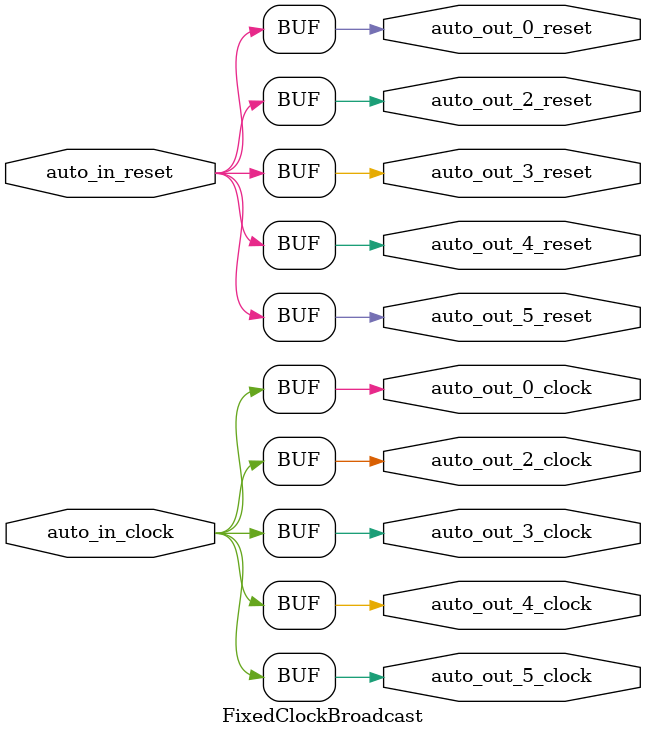
<source format=sv>
`ifndef RANDOMIZE
  `ifdef RANDOMIZE_REG_INIT
    `define RANDOMIZE
  `endif // RANDOMIZE_REG_INIT
`endif // not def RANDOMIZE
`ifndef RANDOMIZE
  `ifdef RANDOMIZE_MEM_INIT
    `define RANDOMIZE
  `endif // RANDOMIZE_MEM_INIT
`endif // not def RANDOMIZE

`ifndef RANDOM
  `define RANDOM $random
`endif // not def RANDOM

// Users can define 'PRINTF_COND' to add an extra gate to prints.
`ifndef PRINTF_COND_
  `ifdef PRINTF_COND
    `define PRINTF_COND_ (`PRINTF_COND)
  `else  // PRINTF_COND
    `define PRINTF_COND_ 1
  `endif // PRINTF_COND
`endif // not def PRINTF_COND_

// Users can define 'ASSERT_VERBOSE_COND' to add an extra gate to assert error printing.
`ifndef ASSERT_VERBOSE_COND_
  `ifdef ASSERT_VERBOSE_COND
    `define ASSERT_VERBOSE_COND_ (`ASSERT_VERBOSE_COND)
  `else  // ASSERT_VERBOSE_COND
    `define ASSERT_VERBOSE_COND_ 1
  `endif // ASSERT_VERBOSE_COND
`endif // not def ASSERT_VERBOSE_COND_

// Users can define 'STOP_COND' to add an extra gate to stop conditions.
`ifndef STOP_COND_
  `ifdef STOP_COND
    `define STOP_COND_ (`STOP_COND)
  `else  // STOP_COND
    `define STOP_COND_ 1
  `endif // STOP_COND
`endif // not def STOP_COND_

// Users can define INIT_RANDOM as general code that gets injected into the
// initializer block for modules with registers.
`ifndef INIT_RANDOM
  `define INIT_RANDOM
`endif // not def INIT_RANDOM

// If using random initialization, you can also define RANDOMIZE_DELAY to
// customize the delay used, otherwise 0.002 is used.
`ifndef RANDOMIZE_DELAY
  `define RANDOMIZE_DELAY 0.002
`endif // not def RANDOMIZE_DELAY

// Define INIT_RANDOM_PROLOG_ for use in our modules below.
`ifndef INIT_RANDOM_PROLOG_
  `ifdef RANDOMIZE
    `ifdef VERILATOR
      `define INIT_RANDOM_PROLOG_ `INIT_RANDOM
    `else  // VERILATOR
      `define INIT_RANDOM_PROLOG_ `INIT_RANDOM #`RANDOMIZE_DELAY begin end
    `endif // VERILATOR
  `else  // RANDOMIZE
    `define INIT_RANDOM_PROLOG_
  `endif // RANDOMIZE
`endif // not def INIT_RANDOM_PROLOG_

module FixedClockBroadcast(
  input  auto_in_clock,
         auto_in_reset,
  output auto_out_5_clock,
         auto_out_5_reset,
         auto_out_4_clock,
         auto_out_4_reset,
         auto_out_3_clock,
         auto_out_3_reset,
         auto_out_2_clock,
         auto_out_2_reset,
         auto_out_0_clock,
         auto_out_0_reset
);

  assign auto_out_5_clock = auto_in_clock;
  assign auto_out_5_reset = auto_in_reset;
  assign auto_out_4_clock = auto_in_clock;
  assign auto_out_4_reset = auto_in_reset;
  assign auto_out_3_clock = auto_in_clock;
  assign auto_out_3_reset = auto_in_reset;
  assign auto_out_2_clock = auto_in_clock;
  assign auto_out_2_reset = auto_in_reset;
  assign auto_out_0_clock = auto_in_clock;
  assign auto_out_0_reset = auto_in_reset;
endmodule


</source>
